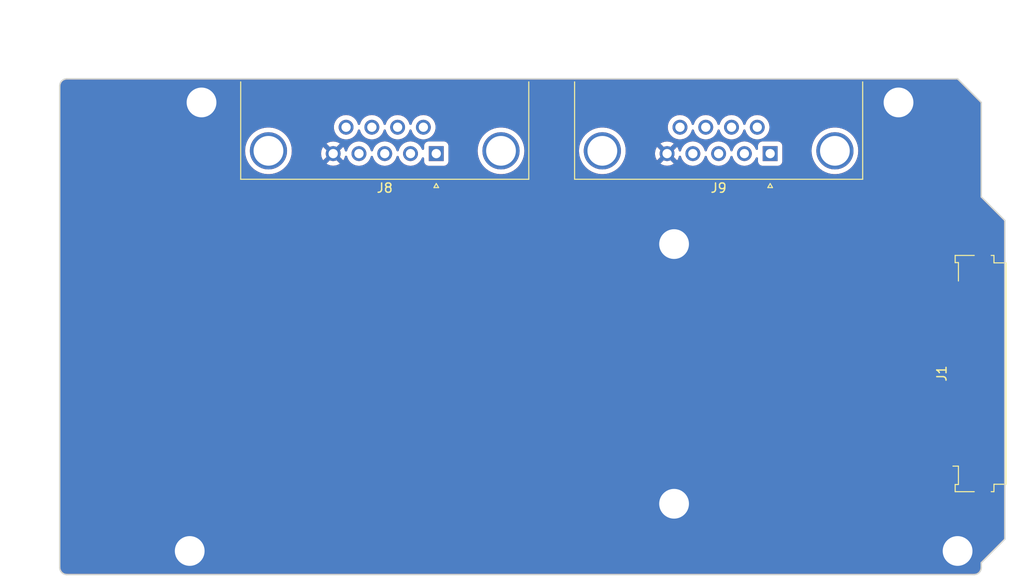
<source format=kicad_pcb>
(kicad_pcb (version 20240108) (generator "pcbnew") (generator_version "8.0")
  (title_block (date "mar. 31 mars 2015"))
  (layers (0 "F.Cu" signal) (31 "B.Cu" signal) (34 "B.Paste" user) (35 "F.Paste" user) (36 "B.SilkS" user "B.Silkscreen") (37 "F.SilkS" user "F.Silkscreen") (38 "B.Mask" user) (39 "F.Mask" user) (44 "Edge.Cuts" user))
  (net 0 "")
  (net 1 "GND")
  (net 2 "/DTR_0")
  (net 4 "/RI_1")
  (net 5 "/DCD_0")
  (net 6 "/RX_1")
  (net 7 "/TX_0")
  (net 9 "/DSR_0")
  (net 10 "/DTR_1")
  (net 11 "/RTS_0")
  (net 14 "/CTS_0")
  (net 15 "/TX_1")
  (net 16 "/DCD_1")
  (net 17 "/DSR_1")
  (net 18 "/RI_0")
  (net 19 "/RTS_1")
  (net 20 "/CTS_1")
  (net 21 "/RX_0")
  (footprint "Connector_FFC-FPC:Molex_200528-0200_1x20-1MP_P1.00mm_Horizontal" (layer "F.Cu") (at 197.43 78.37 90)
    (property "Reference" "J1" (at 0 -2.61 90) (layer "F.SilkS"))
    (property "Value" "Conn_01x20")
    (fp_line (start -9.96 -1.41) (end -9.96 -0.82) (stroke (width 0.12)) (layer "F.SilkS"))
    (fp_line (start 12.71 -1.17) (end 11.94 -1.17) (stroke (width 0.12)) (layer "F.SilkS"))
    (fp_line (start 11.94 -1.17) (end 11.94 -0.82) (stroke (width 0.12)) (layer "F.SilkS"))
    (fp_line (start -11.94 -1.17) (end -12.71 -1.17) (stroke (width 0.12)) (layer "F.SilkS"))
    (fp_line (start -12.71 -1.17) (end -12.71 0.88) (stroke (width 0.12)) (layer "F.SilkS"))
    (fp_line (start 11.94 -0.82) (end 9.96 -0.82) (stroke (width 0.12)) (layer "F.SilkS"))
    (fp_line (start -9.96 -0.82) (end -11.94 -0.82) (stroke (width 0.12)) (layer "F.SilkS"))
    (fp_line (start -11.94 -0.82) (end -11.94 -1.17) (stroke (width 0.12)) (layer "F.SilkS"))
    (fp_line (start 12.71 0.88) (end 12.71 -1.17) (stroke (width 0.12)) (layer "F.SilkS"))
    (fp_line (start -12.71 2.7) (end -12.71 3) (stroke (width 0.12)) (layer "F.SilkS"))
    (fp_line (start 12.71 3) (end 12.71 2.7) (stroke (width 0.12)) (layer "F.SilkS"))
    (fp_line (start 11.91 3) (end 12.71 3) (stroke (width 0.12)) (layer "F.SilkS"))
    (fp_line (start -11.91 3) (end -11.91 4.3) (stroke (width 0.12)) (layer "F.SilkS"))
    (fp_line (start -12.71 3) (end -11.91 3) (stroke (width 0.12)) (layer "F.SilkS"))
    (fp_line (start 11.91 4.3) (end 11.91 3) (stroke (width 0.12)) (layer "F.SilkS"))
    (fp_line (start -11.91 4.3) (end 11.91 4.3) (stroke (width 0.12)) (layer "F.SilkS"))
    (pad "1" smd rect (at -9.5 -0.91 90) (size 0.4 1) (layers "F.Cu" "F.Paste" "F.Mask") (net 18 "/RI_0"))
    (pad "2" smd rect (at -8.5 -0.91 90) (size 0.4 1) (layers "F.Cu" "F.Paste" "F.Mask") (net 2 "/DTR_0"))
    (pad "3" smd rect (at -7.5 -0.91 90) (size 0.4 1) (layers "F.Cu" "F.Paste" "F.Mask") (net 14 "/CTS_0"))
    (pad "4" smd rect (at -6.5 -0.91 90) (size 0.4 1) (layers "F.Cu" "F.Paste" "F.Mask") (net 7 "/TX_0"))
    (pad "5" smd rect (at -5.5 -0.91 90) (size 0.4 1) (layers "F.Cu" "F.Paste" "F.Mask") (net 11 "/RTS_0"))
    (pad "6" smd rect (at -4.5 -0.91 90) (size 0.4 1) (layers "F.Cu" "F.Paste" "F.Mask") (net 21 "/RX_0"))
    (pad "7" smd rect (at -3.5 -0.91 90) (size 0.4 1) (layers "F.Cu" "F.Paste" "F.Mask") (net 9 "/DSR_0"))
    (pad "8" smd rect (at -2.5 -0.91 90) (size 0.4 1) (layers "F.Cu" "F.Paste" "F.Mask") (net 5 "/DCD_0"))
    (pad "9" smd rect (at -1.5 -0.91 90) (size 0.4 1) (layers "F.Cu" "F.Paste" "F.Mask") (net 1 "GND"))
    (pad "10" smd rect (at -0.5 -0.91 90) (size 0.4 1) (layers "F.Cu" "F.Paste" "F.Mask") (net 1 "GND"))
    (pad "11" smd rect (at 0.5 -0.91 90) (size 0.4 1) (layers "F.Cu" "F.Paste" "F.Mask") (net 4 "/RI_1"))
    (pad "12" smd rect (at 1.5 -0.91 90) (size 0.4 1) (layers "F.Cu" "F.Paste" "F.Mask") (net 10 "/DTR_1"))
    (pad "13" smd rect (at 2.5 -0.91 90) (size 0.4 1) (layers "F.Cu" "F.Paste" "F.Mask") (net 20 "/CTS_1"))
    (pad "14" smd rect (at 3.5 -0.91 90) (size 0.4 1) (layers "F.Cu" "F.Paste" "F.Mask") (net 15 "/TX_1"))
    (pad "15" smd rect (at 4.5 -0.91 90) (size 0.4 1) (layers "F.Cu" "F.Paste" "F.Mask") (net 19 "/RTS_1"))
    (pad "16" smd rect (at 5.5 -0.91 90) (size 0.4 1) (layers "F.Cu" "F.Paste" "F.Mask") (net 6 "/RX_1"))
    (pad "17" smd rect (at 6.5 -0.91 90) (size 0.4 1) (layers "F.Cu" "F.Paste" "F.Mask") (net 17 "/DSR_1"))
    (pad "18" smd rect (at 7.5 -0.91 90) (size 0.4 1) (layers "F.Cu" "F.Paste" "F.Mask") (net 16 "/DCD_1"))
    (pad "19" smd rect (at 8.5 -0.91 90) (size 0.4 1) (layers "F.Cu" "F.Paste" "F.Mask") (net 1 "GND"))
    (pad "20" smd rect (at 9.5 -0.91 90) (size 0.4 1) (layers "F.Cu" "F.Paste" "F.Mask") (net 1 "GND"))
    (pad "MP" smd rect (at -12.3 1.79 90) (size 2 1.3) (layers "F.Cu" "F.Paste" "F.Mask"))
    (pad "MP" smd rect (at 12.3 1.79 90) (size 2 1.3) (layers "F.Cu" "F.Paste" "F.Mask"))
  )
  (footprint "Arduino_MountingHole:MountingHole_3.2mm" (layer "F.Cu") (at 196.52 97.46)
    (property "Reference" "MH6" (hide yes))
    (property "Value" "MountingHole_3.2mm" (hide yes))
    (pad "" np_thru_hole circle (at 0 0) (size 3.2 3.2) (drill 3.2) (layers "*.Cu" "*.Mask"))
  )
  (footprint "Arduino_MountingHole:MountingHole_3.2mm" (layer "F.Cu") (at 115.24 49.2)
    (property "Reference" "MH1" (hide yes))
    (property "Value" "MountingHole_3.2mm" (hide yes))
    (pad "" np_thru_hole circle (at 0 0) (size 3.2 3.2) (drill 3.2) (layers "*.Cu" "*.Mask"))
  )
  (footprint "Connector_Dsub:DSUB-9_Male_Horizontal_P2.77x2.84mm_EdgePinOffset4.94mm_Housed_MountingHolesOffset7.48mm" (layer "F.Cu") (at 176.37 54.705331 180)
    (property "Reference" "J9" (at 5.54 -3.7 0) (layer "F.SilkS"))
    (property "Value" "RS232")
    (fp_line (start 21.025 -2.76) (end 21.025 7.72) (stroke (width 0.12)) (layer "F.SilkS"))
    (fp_line (start 0.25 -3.654338) (end 0 -3.221325) (stroke (width 0.12)) (layer "F.SilkS"))
    (fp_line (start 0 -3.221325) (end -0.25 -3.654338) (stroke (width 0.12)) (layer "F.SilkS"))
    (fp_line (start -0.25 -3.654338) (end 0.25 -3.654338) (stroke (width 0.12)) (layer "F.SilkS"))
    (fp_line (start -9.945 7.72) (end -9.945 -2.76) (stroke (width 0.12)) (layer "F.SilkS"))
    (fp_line (start -9.945 -2.76) (end 21.025 -2.76) (stroke (width 0.12)) (layer "F.SilkS"))
    (pad "0" thru_hole circle (at -6.96 0.3 180) (size 4 4) (drill 3.2) (layers "*.Cu" "*.Mask"))
    (pad "0" thru_hole circle (at 18.04 0.3 180) (size 4 4) (drill 3.2) (layers "*.Cu" "*.Mask"))
    (pad "1" thru_hole rect (at 0 0 180) (size 1.6 1.6) (drill 1) (layers "*.Cu" "*.Mask") (net 16 "/DCD_1"))
    (pad "2" thru_hole circle (at 2.77 0 180) (size 1.6 1.6) (drill 1) (layers "*.Cu" "*.Mask") (net 6 "/RX_1"))
    (pad "3" thru_hole circle (at 5.54 0 180) (size 1.6 1.6) (drill 1) (layers "*.Cu" "*.Mask") (net 15 "/TX_1"))
    (pad "4" thru_hole circle (at 8.31 0 180) (size 1.6 1.6) (drill 1) (layers "*.Cu" "*.Mask") (net 10 "/DTR_1"))
    (pad "5" thru_hole circle (at 11.08 0 180) (size 1.6 1.6) (drill 1) (layers "*.Cu" "*.Mask") (net 1 "GND"))
    (pad "6" thru_hole circle (at 1.385 2.84 180) (size 1.6 1.6) (drill 1) (layers "*.Cu" "*.Mask") (net 17 "/DSR_1"))
    (pad "7" thru_hole circle (at 4.155 2.84 180) (size 1.6 1.6) (drill 1) (layers "*.Cu" "*.Mask") (net 19 "/RTS_1"))
    (pad "8" thru_hole circle (at 6.925 2.84 180) (size 1.6 1.6) (drill 1) (layers "*.Cu" "*.Mask") (net 20 "/CTS_1"))
    (pad "9" thru_hole circle (at 9.695 2.84 180) (size 1.6 1.6) (drill 1) (layers "*.Cu" "*.Mask") (net 4 "/RI_1"))
  )
  (footprint "Connector_Dsub:DSUB-9_Male_Horizontal_P2.77x2.84mm_EdgePinOffset4.94mm_Housed_MountingHolesOffset7.48mm" (layer "F.Cu") (at 140.475 54.705331 180)
    (property "Reference" "J8" (at 5.54 -3.7 0) (layer "F.SilkS"))
    (property "Value" "RS232")
    (fp_line (start 21.025 -2.76) (end 21.025 7.72) (stroke (width 0.12)) (layer "F.SilkS"))
    (fp_line (start 0.25 -3.654338) (end 0 -3.221325) (stroke (width 0.12)) (layer "F.SilkS"))
    (fp_line (start 0 -3.221325) (end -0.25 -3.654338) (stroke (width 0.12)) (layer "F.SilkS"))
    (fp_line (start -0.25 -3.654338) (end 0.25 -3.654338) (stroke (width 0.12)) (layer "F.SilkS"))
    (fp_line (start -9.945 7.72) (end -9.945 -2.76) (stroke (width 0.12)) (layer "F.SilkS"))
    (fp_line (start -9.945 -2.76) (end 21.025 -2.76) (stroke (width 0.12)) (layer "F.SilkS"))
    (pad "0" thru_hole circle (at -6.96 0.3 180) (size 4 4) (drill 3.2) (layers "*.Cu" "*.Mask"))
    (pad "0" thru_hole circle (at 18.04 0.3 180) (size 4 4) (drill 3.2) (layers "*.Cu" "*.Mask"))
    (pad "1" thru_hole rect (at 0 0 180) (size 1.6 1.6) (drill 1) (layers "*.Cu" "*.Mask") (net 5 "/DCD_0"))
    (pad "2" thru_hole circle (at 2.77 0 180) (size 1.6 1.6) (drill 1) (layers "*.Cu" "*.Mask") (net 21 "/RX_0"))
    (pad "3" thru_hole circle (at 5.54 0 180) (size 1.6 1.6) (drill 1) (layers "*.Cu" "*.Mask") (net 7 "/TX_0"))
    (pad "4" thru_hole circle (at 8.31 0 180) (size 1.6 1.6) (drill 1) (layers "*.Cu" "*.Mask") (net 2 "/DTR_0"))
    (pad "5" thru_hole circle (at 11.08 0 180) (size 1.6 1.6) (drill 1) (layers "*.Cu" "*.Mask") (net 1 "GND"))
    (pad "6" thru_hole circle (at 1.385 2.84 180) (size 1.6 1.6) (drill 1) (layers "*.Cu" "*.Mask") (net 9 "/DSR_0"))
    (pad "7" thru_hole circle (at 4.155 2.84 180) (size 1.6 1.6) (drill 1) (layers "*.Cu" "*.Mask") (net 11 "/RTS_0"))
    (pad "8" thru_hole circle (at 6.925 2.84 180) (size 1.6 1.6) (drill 1) (layers "*.Cu" "*.Mask") (net 14 "/CTS_0"))
    (pad "9" thru_hole circle (at 9.695 2.84 180) (size 1.6 1.6) (drill 1) (layers "*.Cu" "*.Mask") (net 18 "/RI_0"))
  )
  (footprint "Arduino_MountingHole:MountingHole_3.2mm" (layer "F.Cu") (at 113.97 97.46)
    (property "Reference" "MH2" (hide yes))
    (property "Value" "MountingHole_3.2mm" (hide yes))
    (pad "" np_thru_hole circle (at 0 0) (size 3.2 3.2) (drill 3.2) (layers "*.Cu" "*.Mask"))
  )
  (footprint "Arduino_MountingHole:MountingHole_3.2mm" (layer "F.Cu") (at 166.04 64.44)
    (property "Reference" "MH3" (hide yes))
    (property "Value" "MountingHole_3.2mm" (hide yes))
    (pad "" np_thru_hole circle (at 0 0) (size 3.2 3.2) (drill 3.2) (layers "*.Cu" "*.Mask"))
  )
  (footprint "Arduino_MountingHole:MountingHole_3.2mm" (layer "F.Cu") (at 166.04 92.38)
    (property "Reference" "MH4" (hide yes))
    (property "Value" "MountingHole_3.2mm" (hide yes))
    (pad "" np_thru_hole circle (at 0 0) (size 3.2 3.2) (drill 3.2) (layers "*.Cu" "*.Mask"))
  )
  (footprint "Arduino_MountingHole:MountingHole_3.2mm" (layer "F.Cu") (at 190.17 49.2)
    (property "Reference" "MH5" (hide yes))
    (property "Value" "MountingHole_3.2mm" (hide yes))
    (pad "" np_thru_hole circle (at 0 0) (size 3.2 3.2) (drill 3.2) (layers "*.Cu" "*.Mask"))
  )
  (gr_line (start 199.06 59.36) (end 201.6 61.9) (stroke (width 0.15)) (layer "Edge.Cuts"))
  (gr_line (start 100 99.238) (end 100 47.422) (stroke (width 0.15)) (layer "Edge.Cuts"))
  (gr_line (start 201.6 61.9) (end 201.6 96.19) (stroke (width 0.15)) (layer "Edge.Cuts"))
  (gr_line (start 198.298 100) (end 100.762 100) (stroke (width 0.15)) (layer "Edge.Cuts"))
  (gr_line (start 100.762 46.66) (end 196.52 46.66) (stroke (width 0.15)) (layer "Edge.Cuts"))
  (gr_arc (start 100.762 100) (mid 100.223185 99.776815) (end 100 99.238) (stroke (width 0.15)) (layer "Edge.Cuts"))
  (gr_line (start 201.6 96.19) (end 199.06 98.73) (stroke (width 0.15)) (layer "Edge.Cuts"))
  (gr_line (start 196.52 46.66) (end 199.06 49.2) (stroke (width 0.15)) (layer "Edge.Cuts"))
  (gr_arc (start 199.06 99.238) (mid 198.836815 99.776815) (end 198.298 100) (stroke (width 0.15)) (layer "Edge.Cuts"))
  (gr_line (start 199.06 49.2) (end 199.06 59.36) (stroke (width 0.15)) (layer "Edge.Cuts"))
  (gr_line (start 199.06 98.73) (end 199.06 99.238) (stroke (width 0.15)) (layer "Edge.Cuts"))
  (gr_arc (start 100 47.422) (mid 100.223185 46.883185) (end 100.762 46.66) (stroke (width 0.15)) (layer "Edge.Cuts"))
  (zone (net 1) (net_name "GND") (layers "F&B.Cu") (connect_pads (clearance 0.508)) (min_thickness 0.25) (fill yes (thermal_gap 0.5) (thermal_bridge_width 0.5))
    (polygon (pts (xy 99 46) (xy 203 46) (xy 203 101) (xy 99 101)))
  )
)
</source>
